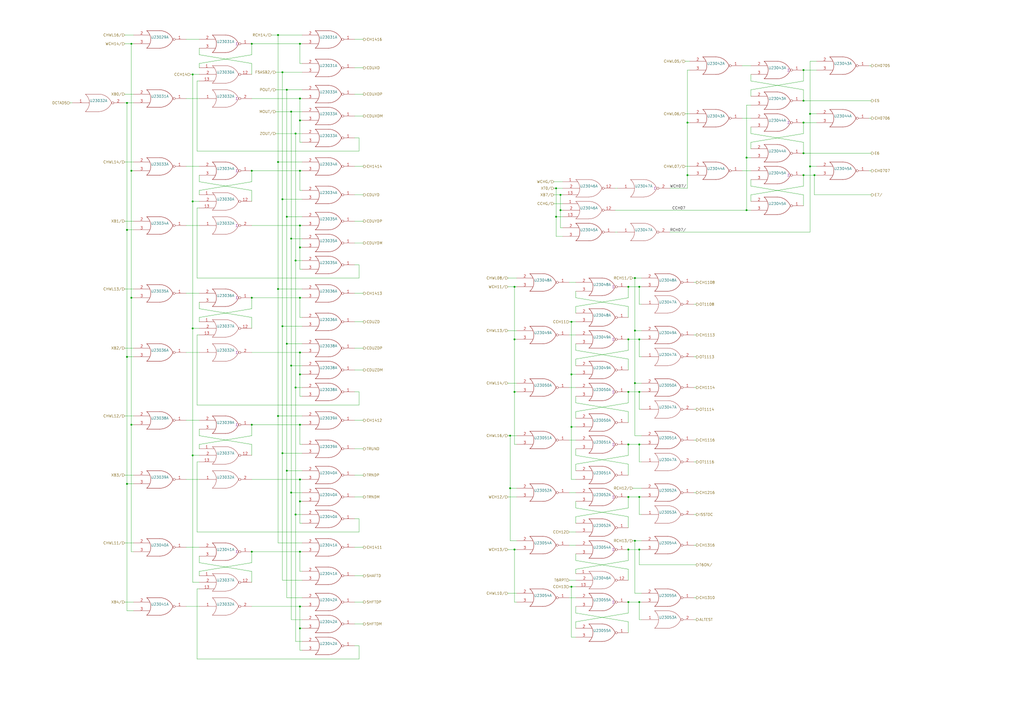
<source format=kicad_sch>
(kicad_sch (version 20211123) (generator eeschema)
  (paper "A2")
  (junction (at 173.99 204.47))
  (junction (at 433.07 121.92))
  (junction (at 466.09 58.42))
  (junction (at 173.99 320.04))
  (junction (at 370.84 196.85))
  (junction (at 173.99 25.4))
  (junction (at 161.29 241.3))
  (junction (at 364.49 257.81))
  (junction (at 166.37 199.39))
  (junction (at 298.45 227.33))
  (junction (at 173.99 57.15))
  (junction (at 171.45 298.45))
  (junction (at 146.05 25.4))
  (junction (at 370.84 166.37))
  (junction (at 364.49 166.37))
  (junction (at 173.99 99.06))
  (junction (at 161.29 167.64))
  (junction (at 163.83 262.89))
  (junction (at 325.12 121.92))
  (junction (at 146.05 246.38))
  (junction (at 364.49 349.25))
  (junction (at 161.29 20.32))
  (junction (at 331.47 186.69))
  (junction (at 173.99 172.72))
  (junction (at 331.47 247.65))
  (junction (at 168.91 64.77))
  (junction (at 171.45 77.47))
  (junction (at 173.99 351.79))
  (junction (at 466.09 71.12))
  (junction (at 370.84 318.77))
  (junction (at 331.47 217.17))
  (junction (at 322.58 125.73))
  (junction (at 472.44 101.6))
  (junction (at 364.49 288.29))
  (junction (at 73.66 59.69))
  (junction (at 469.9 96.52))
  (junction (at 364.49 227.33))
  (junction (at 368.3 222.25))
  (junction (at 173.99 143.51))
  (junction (at 166.37 52.07))
  (junction (at 298.45 196.85))
  (junction (at 111.76 190.5))
  (junction (at 168.91 212.09))
  (junction (at 364.49 318.77))
  (junction (at 166.37 273.05))
  (junction (at 163.83 115.57))
  (junction (at 146.05 172.72))
  (junction (at 370.84 288.29))
  (junction (at 173.99 217.17))
  (junction (at 111.76 264.16))
  (junction (at 173.99 278.13))
  (junction (at 368.3 313.69))
  (junction (at 163.83 189.23))
  (junction (at 146.05 320.04))
  (junction (at 370.84 349.25))
  (junction (at 168.91 285.75))
  (junction (at 469.9 66.04))
  (junction (at 466.09 88.9))
  (junction (at 331.47 340.36))
  (junction (at 171.45 224.79))
  (junction (at 322.58 109.22))
  (junction (at 370.84 257.81))
  (junction (at 368.3 191.77))
  (junction (at 466.09 101.6))
  (junction (at 398.78 71.12))
  (junction (at 73.66 133.35))
  (junction (at 111.76 43.18))
  (junction (at 433.07 91.44))
  (junction (at 166.37 125.73))
  (junction (at 73.66 280.67))
  (junction (at 76.2 172.72))
  (junction (at 173.99 364.49))
  (junction (at 298.45 318.77))
  (junction (at 73.66 207.01))
  (junction (at 163.83 41.91))
  (junction (at 173.99 130.81))
  (junction (at 364.49 196.85))
  (junction (at 76.2 99.06))
  (junction (at 111.76 116.84))
  (junction (at 298.45 166.37))
  (junction (at 173.99 246.38))
  (junction (at 466.09 40.64))
  (junction (at 368.3 161.29))
  (junction (at 398.78 101.6))
  (junction (at 76.2 25.4))
  (junction (at 295.91 252.73))
  (junction (at 173.99 290.83))
  (junction (at 76.2 246.38))
  (junction (at 325.12 113.03))
  (junction (at 173.99 69.85))
  (junction (at 295.91 283.21))
  (junction (at 168.91 138.43))
  (junction (at 161.29 93.98))
  (junction (at 146.05 99.06))
  (junction (at 171.45 151.13))
  (junction (at 370.84 227.33))
  (wire (pts (xy 73.66 354.33) (xy 77.47 354.33)))
  (wire (pts (xy 294.64 252.73) (xy 295.91 252.73)))
  (wire (pts (xy 430.53 68.58) (xy 435.61 68.58)))
  (wire (pts (xy 114.3 234.95) (xy 114.3 194.31)))
  (wire (pts (xy 469.9 134.62) (xy 388.62 134.62)))
  (wire (pts (xy 398.78 71.12) (xy 400.05 71.12)))
  (wire (pts (xy 111.76 264.16) (xy 111.76 337.82)))
  (wire (pts (xy 173.99 246.38) (xy 175.26 246.38)))
  (wire (pts (xy 210.82 214.63) (xy 205.74 214.63)))
  (wire (pts (xy 76.2 172.72) (xy 77.47 172.72)))
  (wire (pts (xy 368.3 252.73) (xy 372.11 252.73)))
  (wire (pts (xy 163.83 189.23) (xy 163.83 262.89)))
  (wire (pts (xy 111.76 190.5) (xy 115.57 190.5)))
  (wire (pts (xy 435.61 107.95) (xy 435.61 104.14)))
  (wire (pts (xy 76.2 172.72) (xy 76.2 246.38)))
  (wire (pts (xy 330.2 340.36) (xy 331.47 340.36)))
  (wire (pts (xy 163.83 41.91) (xy 163.83 115.57)))
  (wire (pts (xy 330.2 346.71) (xy 334.01 346.71)))
  (wire (pts (xy 402.59 316.23) (xy 403.86 316.23)))
  (wire (pts (xy 298.45 227.33) (xy 298.45 257.81)))
  (wire (pts (xy 397.51 66.04) (xy 400.05 66.04)))
  (wire (pts (xy 76.2 246.38) (xy 76.2 320.04)))
  (wire (pts (xy 210.82 39.37) (xy 205.74 39.37)))
  (wire (pts (xy 173.99 320.04) (xy 173.99 331.47)))
  (wire (pts (xy 111.76 190.5) (xy 111.76 264.16)))
  (wire (pts (xy 364.49 299.72) (xy 334.01 294.64)))
  (wire (pts (xy 77.47 349.25) (xy 72.39 349.25)))
  (wire (pts (xy 208.28 382.27) (xy 114.3 382.27)))
  (wire (pts (xy 73.66 280.67) (xy 73.66 354.33)))
  (wire (pts (xy 77.47 93.98) (xy 72.39 93.98)))
  (wire (pts (xy 364.49 360.68) (xy 334.01 355.6)))
  (wire (pts (xy 402.59 224.79) (xy 403.86 224.79)))
  (wire (pts (xy 402.59 255.27) (xy 403.86 255.27)))
  (wire (pts (xy 331.47 217.17) (xy 334.01 217.17)))
  (wire (pts (xy 210.82 243.84) (xy 205.74 243.84)))
  (wire (pts (xy 368.3 222.25) (xy 372.11 222.25)))
  (wire (pts (xy 115.57 36.83) (xy 115.57 39.37)))
  (wire (pts (xy 146.05 110.49) (xy 115.57 105.41)))
  (wire (pts (xy 77.47 314.96) (xy 72.39 314.96)))
  (wire (pts (xy 173.99 290.83) (xy 173.99 303.53)))
  (wire (pts (xy 73.66 133.35) (xy 77.47 133.35)))
  (wire (pts (xy 472.44 113.03) (xy 472.44 101.6)))
  (wire (pts (xy 435.61 52.07) (xy 435.61 55.88)))
  (wire (pts (xy 173.99 184.15) (xy 175.26 184.15)))
  (wire (pts (xy 115.57 179.07) (xy 115.57 175.26)))
  (wire (pts (xy 364.49 238.76) (xy 334.01 233.68)))
  (wire (pts (xy 370.84 359.41) (xy 372.11 359.41)))
  (wire (pts (xy 294.64 288.29) (xy 299.72 288.29)))
  (wire (pts (xy 76.2 25.4) (xy 76.2 99.06)))
  (wire (pts (xy 334.01 294.64) (xy 334.01 290.83)))
  (wire (pts (xy 330.2 285.75) (xy 334.01 285.75)))
  (wire (pts (xy 356.87 121.92) (xy 433.07 121.92)))
  (wire (pts (xy 173.99 290.83) (xy 175.26 290.83)))
  (wire (pts (xy 115.57 105.41) (xy 115.57 101.6)))
  (wire (pts (xy 210.82 288.29) (xy 205.74 288.29)))
  (wire (pts (xy 175.26 151.13) (xy 171.45 151.13)))
  (wire (pts (xy 115.57 331.47) (xy 115.57 334.01)))
  (wire (pts (xy 466.09 52.07) (xy 435.61 46.99)))
  (wire (pts (xy 398.78 101.6) (xy 400.05 101.6)))
  (wire (pts (xy 334.01 177.8) (xy 334.01 181.61)))
  (wire (pts (xy 115.57 116.84) (xy 111.76 116.84)))
  (wire (pts (xy 173.99 36.83) (xy 175.26 36.83)))
  (wire (pts (xy 294.64 222.25) (xy 299.72 222.25)))
  (wire (pts (xy 298.45 166.37) (xy 299.72 166.37)))
  (wire (pts (xy 210.82 140.97) (xy 205.74 140.97)))
  (wire (pts (xy 370.84 318.77) (xy 370.84 327.66)))
  (wire (pts (xy 173.99 57.15) (xy 173.99 69.85)))
  (wire (pts (xy 173.99 351.79) (xy 173.99 364.49)))
  (wire (pts (xy 168.91 212.09) (xy 168.91 285.75)))
  (wire (pts (xy 163.83 262.89) (xy 175.26 262.89)))
  (wire (pts (xy 210.82 317.5) (xy 205.74 317.5)))
  (wire (pts (xy 367.03 313.69) (xy 368.3 313.69)))
  (wire (pts (xy 397.51 35.56) (xy 400.05 35.56)))
  (wire (pts (xy 114.3 87.63) (xy 114.3 46.99)))
  (wire (pts (xy 370.84 257.81) (xy 372.11 257.81)))
  (wire (pts (xy 298.45 349.25) (xy 299.72 349.25)))
  (wire (pts (xy 330.2 308.61) (xy 334.01 308.61)))
  (wire (pts (xy 466.09 101.6) (xy 472.44 101.6)))
  (wire (pts (xy 331.47 340.36) (xy 331.47 369.57)))
  (wire (pts (xy 330.2 316.23) (xy 334.01 316.23)))
  (wire (pts (xy 466.09 58.42) (xy 505.46 58.42)))
  (wire (pts (xy 298.45 196.85) (xy 298.45 227.33)))
  (wire (pts (xy 370.84 196.85) (xy 370.84 207.01)))
  (wire (pts (xy 298.45 166.37) (xy 298.45 196.85)))
  (wire (pts (xy 356.87 109.22) (xy 358.14 109.22)))
  (wire (pts (xy 208.28 300.99) (xy 208.28 308.61)))
  (wire (pts (xy 114.3 382.27) (xy 114.3 341.63)))
  (wire (pts (xy 295.91 283.21) (xy 295.91 313.69)))
  (wire (pts (xy 435.61 46.99) (xy 435.61 43.18)))
  (wire (pts (xy 146.05 105.41) (xy 115.57 110.49)))
  (wire (pts (xy 364.49 203.2) (xy 334.01 208.28)))
  (wire (pts (xy 367.03 283.21) (xy 372.11 283.21)))
  (wire (pts (xy 322.58 125.73) (xy 322.58 137.16)))
  (wire (pts (xy 322.58 125.73) (xy 326.39 125.73)))
  (wire (pts (xy 173.99 320.04) (xy 175.26 320.04)))
  (wire (pts (xy 210.82 67.31) (xy 205.74 67.31)))
  (wire (pts (xy 111.76 264.16) (xy 115.57 264.16)))
  (wire (pts (xy 146.05 25.4) (xy 146.05 31.75)))
  (wire (pts (xy 171.45 224.79) (xy 171.45 298.45)))
  (wire (pts (xy 321.31 109.22) (xy 322.58 109.22)))
  (wire (pts (xy 163.83 41.91) (xy 175.26 41.91)))
  (wire (pts (xy 435.61 77.47) (xy 435.61 73.66)))
  (wire (pts (xy 294.64 344.17) (xy 299.72 344.17)))
  (wire (pts (xy 364.49 349.25) (xy 370.84 349.25)))
  (wire (pts (xy 114.3 161.29) (xy 114.3 120.65)))
  (wire (pts (xy 364.49 288.29) (xy 364.49 294.64)))
  (wire (pts (xy 364.49 196.85) (xy 364.49 203.2)))
  (wire (pts (xy 173.99 278.13) (xy 173.99 290.83)))
  (wire (pts (xy 334.01 238.76) (xy 334.01 242.57)))
  (wire (pts (xy 173.99 57.15) (xy 175.26 57.15)))
  (wire (pts (xy 205.74 153.67) (xy 208.28 153.67)))
  (wire (pts (xy 173.99 257.81) (xy 175.26 257.81)))
  (wire (pts (xy 73.66 133.35) (xy 73.66 207.01)))
  (wire (pts (xy 146.05 351.79) (xy 173.99 351.79)))
  (wire (pts (xy 210.82 96.52) (xy 205.74 96.52)))
  (wire (pts (xy 107.95 351.79) (xy 115.57 351.79)))
  (wire (pts (xy 146.05 184.15) (xy 115.57 179.07)))
  (wire (pts (xy 435.61 82.55) (xy 435.61 86.36)))
  (wire (pts (xy 161.29 241.3) (xy 161.29 314.96)))
  (wire (pts (xy 466.09 88.9) (xy 466.09 82.55)))
  (wire (pts (xy 397.51 96.52) (xy 400.05 96.52)))
  (wire (pts (xy 466.09 58.42) (xy 466.09 52.07)))
  (wire (pts (xy 364.49 336.55) (xy 364.49 330.2)))
  (wire (pts (xy 208.28 374.65) (xy 208.28 382.27)))
  (wire (pts (xy 168.91 64.77) (xy 168.91 138.43)))
  (wire (pts (xy 466.09 107.95) (xy 435.61 113.03)))
  (wire (pts (xy 364.49 184.15) (xy 364.49 177.8)))
  (wire (pts (xy 364.49 367.03) (xy 364.49 360.68)))
  (wire (pts (xy 161.29 241.3) (xy 175.26 241.3)))
  (wire (pts (xy 171.45 298.45) (xy 171.45 372.11)))
  (wire (pts (xy 402.59 176.53) (xy 403.86 176.53)))
  (wire (pts (xy 298.45 257.81) (xy 299.72 257.81)))
  (wire (pts (xy 146.05 172.72) (xy 146.05 179.07)))
  (wire (pts (xy 331.47 340.36) (xy 334.01 340.36)))
  (wire (pts (xy 367.03 161.29) (xy 368.3 161.29)))
  (wire (pts (xy 166.37 52.07) (xy 175.26 52.07)))
  (wire (pts (xy 115.57 257.81) (xy 115.57 260.35)))
  (wire (pts (xy 210.82 275.59) (xy 205.74 275.59)))
  (wire (pts (xy 364.49 166.37) (xy 364.49 172.72)))
  (wire (pts (xy 469.9 66.04) (xy 469.9 96.52)))
  (wire (pts (xy 72.39 59.69) (xy 73.66 59.69)))
  (wire (pts (xy 114.3 46.99) (xy 115.57 46.99)))
  (wire (pts (xy 40.64 59.69) (xy 41.91 59.69)))
  (wire (pts (xy 163.83 336.55) (xy 175.26 336.55)))
  (wire (pts (xy 73.66 59.69) (xy 77.47 59.69)))
  (wire (pts (xy 77.47 128.27) (xy 72.39 128.27)))
  (wire (pts (xy 368.3 161.29) (xy 368.3 191.77)))
  (wire (pts (xy 173.99 278.13) (xy 175.26 278.13)))
  (wire (pts (xy 110.49 43.18) (xy 111.76 43.18)))
  (wire (pts (xy 161.29 93.98) (xy 175.26 93.98)))
  (wire (pts (xy 166.37 52.07) (xy 166.37 125.73)))
  (wire (pts (xy 370.84 349.25) (xy 370.84 359.41)))
  (wire (pts (xy 173.99 130.81) (xy 173.99 143.51)))
  (wire (pts (xy 157.48 20.32) (xy 161.29 20.32)))
  (wire (pts (xy 294.64 161.29) (xy 299.72 161.29)))
  (wire (pts (xy 430.53 38.1) (xy 435.61 38.1)))
  (wire (pts (xy 368.3 222.25) (xy 368.3 252.73)))
  (wire (pts (xy 370.84 176.53) (xy 372.11 176.53)))
  (wire (pts (xy 334.01 325.12) (xy 334.01 321.31)))
  (wire (pts (xy 298.45 318.77) (xy 299.72 318.77)))
  (wire (pts (xy 208.28 87.63) (xy 114.3 87.63)))
  (wire (pts (xy 173.99 217.17) (xy 175.26 217.17)))
  (wire (pts (xy 173.99 351.79) (xy 175.26 351.79)))
  (wire (pts (xy 72.39 25.4) (xy 76.2 25.4)))
  (wire (pts (xy 364.49 172.72) (xy 334.01 177.8)))
  (wire (pts (xy 364.49 269.24) (xy 334.01 264.16)))
  (wire (pts (xy 173.99 229.87) (xy 175.26 229.87)))
  (wire (pts (xy 402.59 346.71) (xy 403.86 346.71)))
  (wire (pts (xy 171.45 77.47) (xy 175.26 77.47)))
  (wire (pts (xy 111.76 116.84) (xy 111.76 190.5)))
  (wire (pts (xy 325.12 113.03) (xy 325.12 121.92)))
  (wire (pts (xy 115.57 184.15) (xy 115.57 186.69)))
  (wire (pts (xy 370.84 298.45) (xy 372.11 298.45)))
  (wire (pts (xy 173.99 69.85) (xy 173.99 82.55)))
  (wire (pts (xy 368.3 313.69) (xy 372.11 313.69)))
  (wire (pts (xy 466.09 40.64) (xy 466.09 46.99)))
  (wire (pts (xy 364.49 257.81) (xy 364.49 264.16)))
  (wire (pts (xy 368.3 191.77) (xy 372.11 191.77)))
  (wire (pts (xy 370.84 288.29) (xy 370.84 298.45)))
  (wire (pts (xy 160.02 64.77) (xy 168.91 64.77)))
  (wire (pts (xy 76.2 25.4) (xy 77.47 25.4)))
  (wire (pts (xy 370.84 349.25) (xy 372.11 349.25)))
  (wire (pts (xy 398.78 71.12) (xy 398.78 101.6)))
  (wire (pts (xy 334.01 203.2) (xy 334.01 199.39)))
  (wire (pts (xy 298.45 196.85) (xy 299.72 196.85)))
  (wire (pts (xy 163.83 189.23) (xy 175.26 189.23)))
  (wire (pts (xy 504.19 68.58) (xy 505.46 68.58)))
  (wire (pts (xy 435.61 113.03) (xy 435.61 116.84)))
  (wire (pts (xy 364.49 264.16) (xy 334.01 269.24)))
  (wire (pts (xy 370.84 288.29) (xy 372.11 288.29)))
  (wire (pts (xy 173.99 204.47) (xy 175.26 204.47)))
  (wire (pts (xy 146.05 204.47) (xy 173.99 204.47)))
  (wire (pts (xy 107.95 170.18) (xy 115.57 170.18)))
  (wire (pts (xy 469.9 35.56) (xy 469.9 66.04)))
  (wire (pts (xy 469.9 96.52) (xy 469.9 134.62)))
  (wire (pts (xy 146.05 246.38) (xy 173.99 246.38)))
  (wire (pts (xy 76.2 99.06) (xy 76.2 172.72)))
  (wire (pts (xy 115.57 31.75) (xy 115.57 27.94)))
  (wire (pts (xy 433.07 91.44) (xy 435.61 91.44)))
  (wire (pts (xy 73.66 280.67) (xy 77.47 280.67)))
  (wire (pts (xy 205.74 300.99) (xy 208.28 300.99)))
  (wire (pts (xy 435.61 60.96) (xy 433.07 60.96)))
  (wire (pts (xy 146.05 99.06) (xy 146.05 105.41)))
  (wire (pts (xy 325.12 132.08) (xy 326.39 132.08)))
  (wire (pts (xy 295.91 252.73) (xy 295.91 283.21)))
  (wire (pts (xy 114.3 267.97) (xy 115.57 267.97)))
  (wire (pts (xy 364.49 257.81) (xy 370.84 257.81)))
  (wire (pts (xy 330.2 255.27) (xy 334.01 255.27)))
  (wire (pts (xy 168.91 285.75) (xy 175.26 285.75)))
  (wire (pts (xy 364.49 214.63) (xy 364.49 208.28)))
  (wire (pts (xy 368.3 344.17) (xy 368.3 313.69)))
  (wire (pts (xy 466.09 46.99) (xy 435.61 52.07)))
  (wire (pts (xy 466.09 113.03) (xy 435.61 107.95)))
  (wire (pts (xy 334.01 172.72) (xy 334.01 168.91)))
  (wire (pts (xy 161.29 20.32) (xy 161.29 93.98)))
  (wire (pts (xy 504.19 99.06) (xy 505.46 99.06)))
  (wire (pts (xy 173.99 156.21) (xy 175.26 156.21)))
  (wire (pts (xy 364.49 349.25) (xy 364.49 355.6)))
  (wire (pts (xy 115.57 252.73) (xy 115.57 248.92)))
  (wire (pts (xy 107.95 243.84) (xy 115.57 243.84)))
  (wire (pts (xy 73.66 207.01) (xy 77.47 207.01)))
  (wire (pts (xy 173.99 143.51) (xy 175.26 143.51)))
  (wire (pts (xy 334.01 264.16) (xy 334.01 260.35)))
  (wire (pts (xy 146.05 331.47) (xy 115.57 326.39)))
  (wire (pts (xy 163.83 115.57) (xy 163.83 189.23)))
  (wire (pts (xy 402.59 285.75) (xy 403.86 285.75)))
  (wire (pts (xy 173.99 331.47) (xy 175.26 331.47)))
  (wire (pts (xy 473.71 66.04) (xy 469.9 66.04)))
  (wire (pts (xy 466.09 101.6) (xy 466.09 107.95)))
  (wire (pts (xy 171.45 77.47) (xy 171.45 151.13)))
  (wire (pts (xy 210.82 260.35) (xy 205.74 260.35)))
  (wire (pts (xy 321.31 113.03) (xy 325.12 113.03)))
  (wire (pts (xy 370.84 166.37) (xy 370.84 176.53)))
  (wire (pts (xy 294.64 166.37) (xy 298.45 166.37)))
  (wire (pts (xy 364.49 306.07) (xy 364.49 299.72)))
  (wire (pts (xy 326.39 118.11) (xy 321.31 118.11)))
  (wire (pts (xy 208.28 227.33) (xy 208.28 234.95)))
  (wire (pts (xy 161.29 167.64) (xy 175.26 167.64)))
  (wire (pts (xy 107.95 96.52) (xy 115.57 96.52)))
  (wire (pts (xy 331.47 186.69) (xy 331.47 217.17)))
  (wire (pts (xy 298.45 349.25) (xy 298.45 318.77)))
  (wire (pts (xy 160.02 41.91) (xy 163.83 41.91)))
  (wire (pts (xy 433.07 121.92) (xy 435.61 121.92)))
  (wire (pts (xy 466.09 71.12) (xy 473.71 71.12)))
  (wire (pts (xy 173.99 172.72) (xy 173.99 184.15)))
  (wire (pts (xy 364.49 166.37) (xy 370.84 166.37)))
  (wire (pts (xy 402.59 163.83) (xy 403.86 163.83)))
  (wire (pts (xy 402.59 298.45) (xy 403.86 298.45)))
  (wire (pts (xy 402.59 207.01) (xy 403.86 207.01)))
  (wire (pts (xy 322.58 137.16) (xy 326.39 137.16)))
  (wire (pts (xy 370.84 196.85) (xy 372.11 196.85)))
  (wire (pts (xy 364.49 196.85) (xy 370.84 196.85)))
  (wire (pts (xy 166.37 273.05) (xy 175.26 273.05)))
  (wire (pts (xy 146.05 36.83) (xy 115.57 31.75)))
  (wire (pts (xy 364.49 325.12) (xy 334.01 330.2)))
  (wire (pts (xy 168.91 359.41) (xy 175.26 359.41)))
  (wire (pts (xy 146.05 320.04) (xy 173.99 320.04)))
  (wire (pts (xy 161.29 314.96) (xy 175.26 314.96)))
  (wire (pts (xy 402.59 359.41) (xy 403.86 359.41)))
  (wire (pts (xy 326.39 105.41) (xy 321.31 105.41)))
  (wire (pts (xy 398.78 109.22) (xy 388.62 109.22)))
  (wire (pts (xy 208.28 80.01) (xy 208.28 87.63)))
  (wire (pts (xy 295.91 252.73) (xy 299.72 252.73)))
  (wire (pts (xy 175.26 125.73) (xy 166.37 125.73)))
  (wire (pts (xy 171.45 224.79) (xy 175.26 224.79)))
  (wire (pts (xy 173.99 217.17) (xy 173.99 229.87)))
  (wire (pts (xy 208.28 308.61) (xy 114.3 308.61)))
  (wire (pts (xy 166.37 346.71) (xy 175.26 346.71)))
  (wire (pts (xy 146.05 190.5) (xy 146.05 184.15)))
  (wire (pts (xy 107.95 204.47) (xy 115.57 204.47)))
  (wire (pts (xy 175.26 115.57) (xy 163.83 115.57)))
  (wire (pts (xy 166.37 125.73) (xy 166.37 199.39)))
  (wire (pts (xy 146.05 326.39) (xy 115.57 331.47)))
  (wire (pts (xy 171.45 372.11) (xy 175.26 372.11)))
  (wire (pts (xy 466.09 82.55) (xy 435.61 77.47)))
  (wire (pts (xy 322.58 109.22) (xy 322.58 125.73)))
  (wire (pts (xy 146.05 179.07) (xy 115.57 184.15)))
  (wire (pts (xy 398.78 101.6) (xy 398.78 109.22)))
  (wire (pts (xy 146.05 57.15) (xy 173.99 57.15)))
  (wire (pts (xy 402.59 267.97) (xy 403.86 267.97)))
  (wire (pts (xy 330.2 336.55) (xy 334.01 336.55)))
  (wire (pts (xy 334.01 269.24) (xy 334.01 273.05)))
  (wire (pts (xy 205.74 374.65) (xy 208.28 374.65)))
  (wire (pts (xy 370.84 267.97) (xy 372.11 267.97)))
  (wire (pts (xy 173.99 25.4) (xy 175.26 25.4)))
  (wire (pts (xy 210.82 54.61) (xy 205.74 54.61)))
  (wire (pts (xy 466.09 88.9) (xy 505.46 88.9)))
  (wire (pts (xy 295.91 313.69) (xy 299.72 313.69)))
  (wire (pts (xy 173.99 143.51) (xy 173.99 156.21)))
  (wire (pts (xy 210.82 361.95) (xy 205.74 361.95)))
  (wire (pts (xy 173.99 130.81) (xy 175.26 130.81)))
  (wire (pts (xy 504.19 38.1) (xy 505.46 38.1)))
  (wire (pts (xy 166.37 199.39) (xy 175.26 199.39)))
  (wire (pts (xy 402.59 237.49) (xy 403.86 237.49)))
  (wire (pts (xy 173.99 99.06) (xy 173.99 110.49)))
  (wire (pts (xy 173.99 172.72) (xy 175.26 172.72)))
  (wire (pts (xy 210.82 334.01) (xy 205.74 334.01)))
  (wire (pts (xy 466.09 119.38) (xy 466.09 113.03)))
  (wire (pts (xy 334.01 299.72) (xy 334.01 303.53)))
  (wire (pts (xy 331.47 186.69) (xy 334.01 186.69)))
  (wire (pts (xy 331.47 278.13) (xy 334.01 278.13)))
  (wire (pts (xy 325.12 113.03) (xy 326.39 113.03)))
  (wire (pts (xy 334.01 360.68) (xy 334.01 364.49)))
  (wire (pts (xy 146.05 172.72) (xy 173.99 172.72)))
  (wire (pts (xy 433.07 91.44) (xy 433.07 121.92)))
  (wire (pts (xy 402.59 194.31) (xy 403.86 194.31)))
  (wire (pts (xy 398.78 40.64) (xy 398.78 71.12)))
  (wire (pts (xy 146.05 130.81) (xy 173.99 130.81)))
  (wire (pts (xy 370.84 207.01) (xy 372.11 207.01)))
  (wire (pts (xy 298.45 227.33) (xy 299.72 227.33)))
  (wire (pts (xy 146.05 246.38) (xy 146.05 252.73)))
  (wire (pts (xy 114.3 308.61) (xy 114.3 267.97)))
  (wire (pts (xy 370.84 227.33) (xy 372.11 227.33)))
  (wire (pts (xy 146.05 31.75) (xy 115.57 36.83)))
  (wire (pts (xy 210.82 186.69) (xy 205.74 186.69)))
  (wire (pts (xy 107.95 22.86) (xy 115.57 22.86)))
  (wire (pts (xy 146.05 278.13) (xy 173.99 278.13)))
  (wire (pts (xy 171.45 151.13) (xy 171.45 224.79)))
  (wire (pts (xy 76.2 320.04) (xy 77.47 320.04)))
  (wire (pts (xy 160.02 52.07) (xy 166.37 52.07)))
  (wire (pts (xy 77.47 241.3) (xy 72.39 241.3)))
  (wire (pts (xy 73.66 59.69) (xy 73.66 133.35)))
  (wire (pts (xy 168.91 212.09) (xy 175.26 212.09)))
  (wire (pts (xy 205.74 227.33) (xy 208.28 227.33)))
  (wire (pts (xy 111.76 43.18) (xy 111.76 116.84)))
  (wire (pts (xy 173.99 303.53) (xy 175.26 303.53)))
  (wire (pts (xy 115.57 326.39) (xy 115.57 322.58)))
  (wire (pts (xy 166.37 273.05) (xy 166.37 346.71)))
  (wire (pts (xy 368.3 191.77) (xy 368.3 222.25)))
  (wire (pts (xy 173.99 204.47) (xy 173.99 217.17)))
  (wire (pts (xy 334.01 208.28) (xy 334.01 212.09)))
  (wire (pts (xy 368.3 161.29) (xy 372.11 161.29)))
  (wire (pts (xy 334.01 355.6) (xy 334.01 351.79)))
  (wire (pts (xy 330.2 163.83) (xy 334.01 163.83)))
  (wire (pts (xy 77.47 167.64) (xy 72.39 167.64)))
  (wire (pts (xy 210.82 349.25) (xy 205.74 349.25)))
  (wire (pts (xy 364.49 355.6) (xy 334.01 360.68)))
  (wire (pts (xy 466.09 40.64) (xy 473.71 40.64)))
  (wire (pts (xy 205.74 80.01) (xy 208.28 80.01)))
  (wire (pts (xy 370.84 257.81) (xy 370.84 267.97)))
  (wire (pts (xy 114.3 120.65) (xy 115.57 120.65)))
  (wire (pts (xy 210.82 201.93) (xy 205.74 201.93)))
  (wire (pts (xy 334.01 233.68) (xy 334.01 229.87)))
  (wire (pts (xy 168.91 285.75) (xy 168.91 359.41)))
  (wire (pts (xy 73.66 207.01) (xy 73.66 280.67)))
  (wire (pts (xy 295.91 283.21) (xy 299.72 283.21)))
  (wire (pts (xy 364.49 294.64) (xy 334.01 299.72)))
  (wire (pts (xy 173.99 364.49) (xy 173.99 377.19)))
  (wire (pts (xy 168.91 64.77) (xy 175.26 64.77)))
  (wire (pts (xy 334.01 330.2) (xy 334.01 332.74)))
  (wire (pts (xy 208.28 161.29) (xy 114.3 161.29)))
  (wire (pts (xy 175.26 138.43) (xy 168.91 138.43)))
  (wire (pts (xy 161.29 20.32) (xy 175.26 20.32)))
  (wire (pts (xy 114.3 194.31) (xy 115.57 194.31)))
  (wire (pts (xy 364.49 288.29) (xy 370.84 288.29)))
  (wire (pts (xy 173.99 377.19) (xy 175.26 377.19)))
  (wire (pts (xy 325.12 121.92) (xy 326.39 121.92)))
  (wire (pts (xy 173.99 99.06) (xy 175.26 99.06)))
  (wire (pts (xy 161.29 93.98) (xy 161.29 167.64)))
  (wire (pts (xy 364.49 233.68) (xy 334.01 238.76)))
  (wire (pts (xy 77.47 20.32) (xy 72.39 20.32)))
  (wire (pts (xy 171.45 298.45) (xy 175.26 298.45)))
  (wire (pts (xy 370.84 237.49) (xy 372.11 237.49)))
  (wire (pts (xy 466.09 71.12) (xy 466.09 77.47)))
  (wire (pts (xy 208.28 234.95) (xy 114.3 234.95)))
  (wire (pts (xy 370.84 327.66) (xy 403.86 327.66)))
  (wire (pts (xy 331.47 247.65) (xy 334.01 247.65)))
  (wire (pts (xy 364.49 245.11) (xy 364.49 238.76)))
  (wire (pts (xy 76.2 246.38) (xy 77.47 246.38)))
  (wire (pts (xy 114.3 341.63) (xy 115.57 341.63)))
  (wire (pts (xy 364.49 177.8) (xy 334.01 172.72)))
  (wire (pts (xy 330.2 194.31) (xy 334.01 194.31)))
  (wire (pts (xy 146.05 99.06) (xy 173.99 99.06)))
  (wire (pts (xy 173.99 82.55) (xy 175.26 82.55)))
  (wire (pts (xy 208.28 153.67) (xy 208.28 161.29)))
  (wire (pts (xy 364.49 227.33) (xy 370.84 227.33)))
  (wire (pts (xy 364.49 275.59) (xy 364.49 269.24)))
  (wire (pts (xy 430.53 99.06) (xy 435.61 99.06)))
  (wire (pts (xy 364.49 227.33) (xy 364.49 233.68)))
  (wire (pts (xy 146.05 337.82) (xy 146.05 331.47)))
  (wire (pts (xy 77.47 54.61) (xy 72.39 54.61)))
  (wire (pts (xy 173.99 25.4) (xy 173.99 36.83)))
  (wire (pts (xy 469.9 96.52) (xy 473.71 96.52)))
  (wire (pts (xy 77.47 201.93) (xy 72.39 201.93)))
  (wire (pts (xy 146.05 320.04) (xy 146.05 326.39)))
  (wire (pts (xy 146.05 257.81) (xy 115.57 252.73)))
  (wire (pts (xy 331.47 217.17) (xy 331.47 247.65)))
  (wire (pts (xy 160.02 77.47) (xy 171.45 77.47)))
  (wire (pts (xy 111.76 337.82) (xy 115.57 337.82)))
  (wire (pts (xy 322.58 109.22) (xy 326.39 109.22)))
  (wire (pts (xy 168.91 138.43) (xy 168.91 212.09)))
  (wire (pts (xy 107.95 130.81) (xy 115.57 130.81)))
  (wire (pts (xy 77.47 275.59) (xy 72.39 275.59)))
  (wire (pts (xy 173.99 364.49) (xy 175.26 364.49)))
  (wire (pts (xy 356.87 134.62) (xy 358.14 134.62)))
  (wire (pts (xy 368.3 344.17) (xy 372.11 344.17)))
  (wire (pts (xy 115.57 110.49) (xy 115.57 113.03)))
  (wire (pts (xy 433.07 60.96) (xy 433.07 91.44)))
  (wire (pts (xy 210.82 128.27) (xy 205.74 128.27)))
  (wire (pts (xy 146.05 43.18) (xy 146.05 36.83)))
  (wire (pts (xy 331.47 369.57) (xy 334.01 369.57)))
  (wire (pts (xy 466.09 77.47) (xy 435.61 82.55)))
  (wire (pts (xy 330.2 186.69) (xy 331.47 186.69)))
  (wire (pts (xy 163.83 262.89) (xy 163.83 336.55)))
  (wire (pts (xy 173.99 69.85) (xy 175.26 69.85)))
  (wire (pts (xy 472.44 101.6) (xy 473.71 101.6)))
  (wire (pts (xy 325.12 121.92) (xy 325.12 132.08)))
  (wire (pts (xy 330.2 224.79) (xy 334.01 224.79)))
  (wire (pts (xy 294.64 191.77) (xy 299.72 191.77)))
  (wire (pts (xy 364.49 330.2) (xy 334.01 325.12)))
  (wire (pts (xy 364.49 318.77) (xy 370.84 318.77)))
  (wire (pts (xy 400.05 40.64) (xy 398.78 40.64)))
  (wire (pts (xy 364.49 318.77) (xy 364.49 325.12)))
  (wire (pts (xy 146.05 116.84) (xy 146.05 110.49)))
  (wire (pts (xy 161.29 167.64) (xy 161.29 241.3)))
  (wire (pts (xy 107.95 278.13) (xy 115.57 278.13)))
  (wire (pts (xy 146.05 252.73) (xy 115.57 257.81)))
  (wire (pts (xy 370.84 318.77) (xy 372.11 318.77)))
  (wire (pts (xy 370.84 227.33) (xy 370.84 237.49)))
  (wire (pts (xy 294.64 318.77) (xy 298.45 318.77)))
  (wire (pts (xy 469.9 35.56) (xy 473.71 35.56)))
  (wire (pts (xy 107.95 57.15) (xy 115.57 57.15)))
  (wire (pts (xy 111.76 43.18) (xy 115.57 43.18)))
  (wire (pts (xy 505.46 113.03) (xy 472.44 113.03)))
  (wire (pts (xy 331.47 247.65) (xy 331.47 278.13)))
  (wire (pts (xy 173.99 110.49) (xy 175.26 110.49)))
  (wire (pts (xy 146.05 264.16) (xy 146.05 257.81)))
  (wire (pts (xy 166.37 199.39) (xy 166.37 273.05)))
  (wire (pts (xy 370.84 166.37) (xy 372.11 166.37)))
  (wire (pts (xy 76.2 99.06) (xy 77.47 99.06)))
  (wire (pts (xy 107.95 317.5) (xy 115.57 317.5)))
  (wire (pts (xy 210.82 22.86) (xy 205.74 22.86)))
  (wire (pts (xy 210.82 113.03) (xy 205.74 113.03)))
  (wire (pts (xy 364.49 208.28) (xy 334.01 203.2)))
  (wire (pts (xy 210.82 170.18) (xy 205.74 170.18)))
  (wire (pts (xy 173.99 246.38) (xy 173.99 257.81)))
  (wire (pts (xy 146.05 25.4) (xy 173.99 25.4)))
  (label "RCH07/" (at 388.62 134.62 0) (effects (font (size 1.524 1.524))))
  (label "WCH07/" (at 388.62 109.22 0) (effects (font (size 1.524 1.524))))
  (label "CCH07" (at 389.89 121.92 0) (effects (font (size 1.524 1.524))))
  (hierarchical_label "OT1113" (shape output) (at 403.86 207.01 0) (effects (font (size 1.524 1.524))))
  (hierarchical_label "POUT/" (shape input) (at 160.02 52.07 180) (effects (font (size 1.524 1.524))))
  (hierarchical_label "CDUYDP" (shape output) (at 210.82 128.27 0) (effects (font (size 1.524 1.524))))
  (hierarchical_label "ALTEST" (shape output) (at 403.86 359.41 0) (effects (font (size 1.524 1.524))))
  (hierarchical_label "CH1413" (shape output) (at 210.82 170.18 0) (effects (font (size 1.524 1.524))))
  (hierarchical_label "CHWL06/" (shape input) (at 397.51 66.04 180) (effects (font (size 1.524 1.524))))
  (hierarchical_label "CDUZDM" (shape output) (at 210.82 214.63 0) (effects (font (size 1.524 1.524))))
  (hierarchical_label "RCH12/" (shape input) (at 367.03 283.21 180) (effects (font (size 1.524 1.524))))
  (hierarchical_label "WCH12/" (shape input) (at 294.64 288.29 180) (effects (font (size 1.524 1.524))))
  (hierarchical_label "CH0705" (shape output) (at 505.46 38.1 0) (effects (font (size 1.524 1.524))))
  (hierarchical_label "XB0/" (shape input) (at 72.39 54.61 180) (effects (font (size 1.524 1.524))))
  (hierarchical_label "CDUZD" (shape output) (at 210.82 186.69 0) (effects (font (size 1.524 1.524))))
  (hierarchical_label "TRNDM" (shape output) (at 210.82 288.29 0) (effects (font (size 1.524 1.524))))
  (hierarchical_label "CHWL13/" (shape input) (at 72.39 167.64 180) (effects (font (size 1.524 1.524))))
  (hierarchical_label "CH1414" (shape output) (at 210.82 96.52 0) (effects (font (size 1.524 1.524))))
  (hierarchical_label "CCHG/" (shape input) (at 321.31 118.11 180) (effects (font (size 1.524 1.524))))
  (hierarchical_label "E5" (shape output) (at 505.46 58.42 0) (effects (font (size 1.524 1.524))))
  (hierarchical_label "OCTAD5" (shape input) (at 40.64 59.69 180) (effects (font (size 1.524 1.524))))
  (hierarchical_label "CDUXD" (shape output) (at 210.82 39.37 0) (effects (font (size 1.524 1.524))))
  (hierarchical_label "SHFTDM" (shape output) (at 210.82 361.95 0) (effects (font (size 1.524 1.524))))
  (hierarchical_label "RCH14/" (shape input) (at 157.48 20.32 180) (effects (font (size 1.524 1.524))))
  (hierarchical_label "CH1416" (shape output) (at 210.82 22.86 0) (effects (font (size 1.524 1.524))))
  (hierarchical_label "ZOUT/" (shape input) (at 160.02 77.47 180) (effects (font (size 1.524 1.524))))
  (hierarchical_label "CHWL13/" (shape input) (at 294.64 191.77 180) (effects (font (size 1.524 1.524))))
  (hierarchical_label "CHWL07/" (shape input) (at 397.51 96.52 180) (effects (font (size 1.524 1.524))))
  (hierarchical_label "CCH12" (shape input) (at 330.2 308.61 180) (effects (font (size 1.524 1.524))))
  (hierarchical_label "CDUYD" (shape output) (at 210.82 113.03 0) (effects (font (size 1.524 1.524))))
  (hierarchical_label "CCH11" (shape input) (at 330.2 186.69 180) (effects (font (size 1.524 1.524))))
  (hierarchical_label "XB7/" (shape input) (at 321.31 113.03 180) (effects (font (size 1.524 1.524))))
  (hierarchical_label "CCH14" (shape input) (at 110.49 43.18 180) (effects (font (size 1.524 1.524))))
  (hierarchical_label "CCH13" (shape input) (at 330.2 340.36 180) (effects (font (size 1.524 1.524))))
  (hierarchical_label "CDUYDM" (shape output) (at 210.82 140.97 0) (effects (font (size 1.524 1.524))))
  (hierarchical_label "CH0707" (shape output) (at 505.46 99.06 0) (effects (font (size 1.524 1.524))))
  (hierarchical_label "CHWL14/" (shape input) (at 72.39 93.98 180) (effects (font (size 1.524 1.524))))
  (hierarchical_label "CDUXDP" (shape output) (at 210.82 54.61 0) (effects (font (size 1.524 1.524))))
  (hierarchical_label "CHWL16/" (shape input) (at 72.39 20.32 180) (effects (font (size 1.524 1.524))))
  (hierarchical_label "CH1113" (shape output) (at 403.86 194.31 0) (effects (font (size 1.524 1.524))))
  (hierarchical_label "CHWL11/" (shape input) (at 72.39 314.96 180) (effects (font (size 1.524 1.524))))
  (hierarchical_label "CHWL05/" (shape input) (at 397.51 35.56 180) (effects (font (size 1.524 1.524))))
  (hierarchical_label "CHWL16/" (shape input) (at 294.64 252.73 180) (effects (font (size 1.524 1.524))))
  (hierarchical_label "TRUND" (shape output) (at 210.82 260.35 0) (effects (font (size 1.524 1.524))))
  (hierarchical_label "E6" (shape output) (at 505.46 88.9 0) (effects (font (size 1.524 1.524))))
  (hierarchical_label "WCH11/" (shape input) (at 294.64 166.37 180) (effects (font (size 1.524 1.524))))
  (hierarchical_label "T6RPT" (shape input) (at 330.2 336.55 180) (effects (font (size 1.524 1.524))))
  (hierarchical_label "ISSTDC" (shape output) (at 403.86 298.45 0) (effects (font (size 1.524 1.524))))
  (hierarchical_label "SHFTDP" (shape output) (at 210.82 349.25 0) (effects (font (size 1.524 1.524))))
  (hierarchical_label "OT1116" (shape output) (at 403.86 267.97 0) (effects (font (size 1.524 1.524))))
  (hierarchical_label "CH0706" (shape output) (at 505.46 68.58 0) (effects (font (size 1.524 1.524))))
  (hierarchical_label "CHWL08/" (shape input) (at 294.64 161.29 180) (effects (font (size 1.524 1.524))))
  (hierarchical_label "OT1114" (shape output) (at 403.86 237.49 0) (effects (font (size 1.524 1.524))))
  (hierarchical_label "CHWL14/" (shape input) (at 294.64 222.25 180) (effects (font (size 1.524 1.524))))
  (hierarchical_label "XB1/" (shape input) (at 72.39 128.27 180) (effects (font (size 1.524 1.524))))
  (hierarchical_label "CH1411" (shape output) (at 210.82 317.5 0) (effects (font (size 1.524 1.524))))
  (hierarchical_label "CHWL12/" (shape input) (at 72.39 241.3 180) (effects (font (size 1.524 1.524))))
  (hierarchical_label "CH1316" (shape output) (at 403.86 316.23 0) (effects (font (size 1.524 1.524))))
  (hierarchical_label "XB4/" (shape input) (at 72.39 349.25 180) (effects (font (size 1.524 1.524))))
  (hierarchical_label "CH1108" (shape output) (at 403.86 163.83 0) (effects (font (size 1.524 1.524))))
  (hierarchical_label "WCH14/" (shape input) (at 72.39 25.4 180) (effects (font (size 1.524 1.524))))
  (hierarchical_label "OT1108" (shape output) (at 403.86 176.53 0) (effects (font (size 1.524 1.524))))
  (hierarchical_label "TRNDP" (shape output) (at 210.82 275.59 0) (effects (font (size 1.524 1.524))))
  (hierarchical_label "CH1116" (shape output) (at 403.86 255.27 0) (effects (font (size 1.524 1.524))))
  (hierarchical_label "CDUXDM" (shape output) (at 210.82 67.31 0) (effects (font (size 1.524 1.524))))
  (hierarchical_label "CH1114" (shape output) (at 403.86 224.79 0) (effects (font (size 1.524 1.524))))
  (hierarchical_label "CH1216" (shape output) (at 403.86 285.75 0) (effects (font (size 1.524 1.524))))
  (hierarchical_label "CH1310" (shape output) (at 403.86 346.71 0) (effects (font (size 1.524 1.524))))
  (hierarchical_label "F5ASB2/" (shape input) (at 160.02 41.91 180) (effects (font (size 1.524 1.524))))
  (hierarchical_label "WCHG/" (shape input) (at 321.31 105.41 180) (effects (font (size 1.524 1.524))))
  (hierarchical_label "CDUZDP" (shape output) (at 210.82 201.93 0) (effects (font (size 1.524 1.524))))
  (hierarchical_label "RCH13/" (shape input) (at 367.03 313.69 180) (effects (font (size 1.524 1.524))))
  (hierarchical_label "E7/" (shape output) (at 505.46 113.03 0) (effects (font (size 1.524 1.524))))
  (hierarchical_label "RCH11/" (shape input) (at 367.03 161.29 180) (effects (font (size 1.524 1.524))))
  (hierarchical_label "CH1412" (shape output) (at 210.82 243.84 0) (effects (font (size 1.524 1.524))))
  (hierarchical_label "MOUT/" (shape input) (at 160.02 64.77 180) (effects (font (size 1.524 1.524))))
  (hierarchical_label "XB2/" (shape input) (at 72.39 201.93 180) (effects (font (size 1.524 1.524))))
  (hierarchical_label "SHAFTD" (shape output) (at 210.82 334.01 0) (effects (font (size 1.524 1.524))))
  (hierarchical_label "T6ON/" (shape output) (at 403.86 327.66 0) (effects (font (size 1.524 1.524))))
  (hierarchical_label "XB3/" (shape input) (at 72.39 275.59 180) (effects (font (size 1.524 1.524))))
  (hierarchical_label "WCH13/" (shape input) (at 294.64 318.77 180) (effects (font (size 1.524 1.524))))
  (hierarchical_label "XT0/" (shape input) (at 321.31 109.22 180) (effects (font (size 1.524 1.524))))
  (hierarchical_label "CHWL10/" (shape input) (at 294.64 344.17 180) (effects (font (size 1.524 1.524))))
  (symbol (lib_id "agc_kicad_components:74HC02") (at 92.71 22.86 0)
    (property "Reference" "U23029" (at 92.71 21.59 0) (effects (font (size 1.524 1.524))))
    (property "Value" "74HC02" (effects hide))
  )
  (symbol (lib_id "agc_kicad_components:74HC02") (at 130.81 25.4 0)
    (property "Reference" "U23031" (at 130.81 24.13 0) (effects (font (size 1.524 1.524))))
    (property "Value" "74HC02" (effects hide))
    (property "Initial" "1" (at 137.16 25.4 0) (effects (font (size 1.524 1.524) italic)))
  )
  (symbol (lib_id "agc_kicad_components:74HC27") (at 130.81 43.18 0)
    (property "Reference" "U23030" (at 130.81 41.91 0) (effects (font (size 1.524 1.524))))
    (property "Value" "74HC27" (effects hide))
  )
  (symbol (lib_id "agc_kicad_components:74HC02") (at 190.5 22.86 0)
    (property "Reference" "U23031" (at 190.5 21.59 0) (effects (font (size 1.524 1.524))))
    (property "Value" "74HC02" (effects hide))
  )
  (symbol (lib_id "agc_kicad_components:74HC02") (at 190.5 39.37 0)
    (property "Reference" "U23031" (at 190.5 38.1 0) (effects (font (size 1.524 1.524))))
    (property "Value" "74HC02" (effects hide))
  )
  (symbol (lib_id "agc_kicad_components:74HC02") (at 92.71 57.15 0)
    (property "Reference" "U23031" (at 92.71 55.88 0) (effects (font (size 1.524 1.524))))
    (property "Value" "74HC02" (effects hide))
  )
  (symbol (lib_id "agc_kicad_components:74HC04") (at 130.81 57.15 0)
    (property "Reference" "U23032" (at 130.81 55.88 0) (effects (font (size 1.524 1.524))))
    (property "Value" "74HC04" (effects hide))
    (property "Initial" "1" (at 137.16 57.15 0) (effects (font (size 1.524 1.524) italic)))
  )
  (symbol (lib_id "agc_kicad_components:74HC04") (at 57.15 59.69 0)
    (property "Reference" "U23032" (at 57.15 58.42 0) (effects (font (size 1.524 1.524))))
    (property "Value" "74HC04" (effects hide))
  )
  (symbol (lib_id "agc_kicad_components:74HC02") (at 190.5 54.61 0)
    (property "Reference" "U23033" (at 190.5 53.34 0) (effects (font (size 1.524 1.524))))
    (property "Value" "74HC02" (effects hide))
  )
  (symbol (lib_id "agc_kicad_components:74HC02") (at 190.5 67.31 0)
    (property "Reference" "U23033" (at 190.5 66.04 0) (effects (font (size 1.524 1.524))))
    (property "Value" "74HC02" (effects hide))
  )
  (symbol (lib_id "agc_kicad_components:74HC02") (at 190.5 80.01 0)
    (property "Reference" "U23033" (at 190.5 78.74 0) (effects (font (size 1.524 1.524))))
    (property "Value" "74HC02" (effects hide))
  )
  (symbol (lib_id "agc_kicad_components:74HC02") (at 92.71 96.52 0)
    (property "Reference" "U23033" (at 92.71 95.25 0) (effects (font (size 1.524 1.524))))
    (property "Value" "74HC02" (effects hide))
  )
  (symbol (lib_id "agc_kicad_components:74HC02") (at 130.81 99.06 0)
    (property "Reference" "U23034" (at 130.81 97.79 0) (effects (font (size 1.524 1.524))))
    (property "Value" "74HC02" (effects hide))
    (property "Initial" "1" (at 137.16 99.06 0) (effects (font (size 1.524 1.524) italic)))
  )
  (symbol (lib_id "agc_kicad_components:74HC27") (at 130.81 116.84 0)
    (property "Reference" "U23030" (at 130.81 115.57 0) (effects (font (size 1.524 1.524))))
    (property "Value" "74HC27" (effects hide))
  )
  (symbol (lib_id "agc_kicad_components:74HC02") (at 190.5 96.52 0)
    (property "Reference" "U23034" (at 190.5 95.25 0) (effects (font (size 1.524 1.524))))
    (property "Value" "74HC02" (effects hide))
  )
  (symbol (lib_id "agc_kicad_components:74HC02") (at 190.5 113.03 0)
    (property "Reference" "U23034" (at 190.5 111.76 0) (effects (font (size 1.524 1.524))))
    (property "Value" "74HC02" (effects hide))
  )
  (symbol (lib_id "agc_kicad_components:74HC02") (at 92.71 130.81 0)
    (property "Reference" "U23034" (at 92.71 129.54 0) (effects (font (size 1.524 1.524))))
    (property "Value" "74HC02" (effects hide))
  )
  (symbol (lib_id "agc_kicad_components:74HC04") (at 130.81 130.81 0)
    (property "Reference" "U23032" (at 130.81 129.54 0) (effects (font (size 1.524 1.524))))
    (property "Value" "74HC04" (effects hide))
    (property "Initial" "1" (at 137.16 130.81 0) (effects (font (size 1.524 1.524) italic)))
  )
  (symbol (lib_id "agc_kicad_components:74HC02") (at 190.5 128.27 0)
    (property "Reference" "U23035" (at 190.5 127 0) (effects (font (size 1.524 1.524))))
    (property "Value" "74HC02" (effects hide))
  )
  (symbol (lib_id "agc_kicad_components:74HC02") (at 190.5 140.97 0)
    (property "Reference" "U23035" (at 190.5 139.7 0) (effects (font (size 1.524 1.524))))
    (property "Value" "74HC02" (effects hide))
  )
  (symbol (lib_id "agc_kicad_components:74HC02") (at 190.5 153.67 0)
    (property "Reference" "U23035" (at 190.5 152.4 0) (effects (font (size 1.524 1.524))))
    (property "Value" "74HC02" (effects hide))
  )
  (symbol (lib_id "agc_kicad_components:74HC02") (at 92.71 170.18 0)
    (property "Reference" "U23035" (at 92.71 168.91 0) (effects (font (size 1.524 1.524))))
    (property "Value" "74HC02" (effects hide))
  )
  (symbol (lib_id "agc_kicad_components:74HC02") (at 130.81 172.72 0)
    (property "Reference" "U23036" (at 130.81 171.45 0) (effects (font (size 1.524 1.524))))
    (property "Value" "74HC02" (effects hide))
    (property "Initial" "1" (at 137.16 172.72 0) (effects (font (size 1.524 1.524) italic)))
  )
  (symbol (lib_id "agc_kicad_components:74HC27") (at 130.81 190.5 0)
    (property "Reference" "U23037" (at 130.81 189.23 0) (effects (font (size 1.524 1.524))))
    (property "Value" "74HC27" (effects hide))
  )
  (symbol (lib_id "agc_kicad_components:74HC02") (at 190.5 170.18 0)
    (property "Reference" "U23036" (at 190.5 168.91 0) (effects (font (size 1.524 1.524))))
    (property "Value" "74HC02" (effects hide))
  )
  (symbol (lib_id "agc_kicad_components:74HC02") (at 190.5 186.69 0)
    (property "Reference" "U23036" (at 190.5 185.42 0) (effects (font (size 1.524 1.524))))
    (property "Value" "74HC02" (effects hide))
  )
  (symbol (lib_id "agc_kicad_components:74HC02") (at 92.71 204.47 0)
    (property "Reference" "U23036" (at 92.71 203.2 0) (effects (font (size 1.524 1.524))))
    (property "Value" "74HC02" (effects hide))
  )
  (symbol (lib_id "agc_kicad_components:74HC04") (at 130.81 204.47 0)
    (property "Reference" "U23032" (at 130.81 203.2 0) (effects (font (size 1.524 1.524))))
    (property "Value" "74HC04" (effects hide))
    (property "Initial" "1" (at 137.16 204.47 0) (effects (font (size 1.524 1.524) italic)))
  )
  (symbol (lib_id "agc_kicad_components:74HC02") (at 190.5 201.93 0)
    (property "Reference" "U23038" (at 190.5 200.66 0) (effects (font (size 1.524 1.524))))
    (property "Value" "74HC02" (effects hide))
  )
  (symbol (lib_id "agc_kicad_components:74HC02") (at 190.5 214.63 0)
    (property "Reference" "U23038" (at 190.5 213.36 0) (effects (font (size 1.524 1.524))))
    (property "Value" "74HC02" (effects hide))
  )
  (symbol (lib_id "agc_kicad_components:74HC02") (at 190.5 227.33 0)
    (property "Reference" "U23038" (at 190.5 226.06 0) (effects (font (size 1.524 1.524))))
    (property "Value" "74HC02" (effects hide))
  )
  (symbol (lib_id "agc_kicad_components:74HC02") (at 92.71 243.84 0)
    (property "Reference" "U23038" (at 92.71 242.57 0) (effects (font (size 1.524 1.524))))
    (property "Value" "74HC02" (effects hide))
  )
  (symbol (lib_id "agc_kicad_components:74HC02") (at 130.81 246.38 0)
    (property "Reference" "U23039" (at 130.81 245.11 0) (effects (font (size 1.524 1.524))))
    (property "Value" "74HC02" (effects hide))
    (property "Initial" "1" (at 137.16 246.38 0) (effects (font (size 1.524 1.524) italic)))
  )
  (symbol (lib_id "agc_kicad_components:74HC27") (at 130.81 264.16 0)
    (property "Reference" "U23037" (at 130.81 262.89 0) (effects (font (size 1.524 1.524))))
    (property "Value" "74HC27" (effects hide))
  )
  (symbol (lib_id "agc_kicad_components:74HC02") (at 190.5 243.84 0)
    (property "Reference" "U23039" (at 190.5 242.57 0) (effects (font (size 1.524 1.524))))
    (property "Value" "74HC02" (effects hide))
  )
  (symbol (lib_id "agc_kicad_components:74HC02") (at 190.5 260.35 0)
    (property "Reference" "U23039" (at 190.5 259.08 0) (effects (font (size 1.524 1.524))))
    (property "Value" "74HC02" (effects hide))
  )
  (symbol (lib_id "agc_kicad_components:74HC02") (at 92.71 278.13 0)
    (property "Reference" "U23039" (at 92.71 276.86 0) (effects (font (size 1.524 1.524))))
    (property "Value" "74HC02" (effects hide))
  )
  (symbol (lib_id "agc_kicad_components:74HC04") (at 130.81 278.13 0)
    (property "Reference" "U23032" (at 130.81 276.86 0) (effects (font (size 1.524 1.524))))
    (property "Value" "74HC04" (effects hide))
  )
  (symbol (lib_id "agc_kicad_components:74HC02") (at 190.5 275.59 0)
    (property "Reference" "U23040" (at 190.5 274.32 0) (effects (font (size 1.524 1.524))))
    (property "Value" "74HC02" (effects hide))
  )
  (symbol (lib_id "agc_kicad_components:74HC02") (at 190.5 288.29 0)
    (property "Reference" "U23040" (at 190.5 287.02 0) (effects (font (size 1.524 1.524))))
    (property "Value" "74HC02" (effects hide))
  )
  (symbol (lib_id "agc_kicad_components:74HC02") (at 190.5 300.99 0)
    (property "Reference" "U23040" (at 190.5 299.72 0) (effects (font (size 1.524 1.524))))
    (property "Value" "74HC02" (effects hide))
  )
  (symbol (lib_id "agc_kicad_components:74HC02") (at 92.71 317.5 0)
    (property "Reference" "U23040" (at 92.71 316.23 0) (effects (font (size 1.524 1.524))))
    (property "Value" "74HC02" (effects hide))
  )
  (symbol (lib_id "agc_kicad_components:74HC02") (at 130.81 320.04 0)
    (property "Reference" "U23041" (at 130.81 318.77 0) (effects (font (size 1.524 1.524))))
    (property "Value" "74HC02" (effects hide))
    (property "Initial" "1" (at 137.16 320.04 0) (effects (font (size 1.524 1.524) italic)))
  )
  (symbol (lib_id "agc_kicad_components:74HC27") (at 130.81 337.82 0)
    (property "Reference" "U23037" (at 130.81 336.55 0) (effects (font (size 1.524 1.524))))
    (property "Value" "74HC27" (effects hide))
  )
  (symbol (lib_id "agc_kicad_components:74HC02") (at 190.5 317.5 0)
    (property "Reference" "U23041" (at 190.5 316.23 0) (effects (font (size 1.524 1.524))))
    (property "Value" "74HC02" (effects hide))
  )
  (symbol (lib_id "agc_kicad_components:74HC02") (at 190.5 334.01 0)
    (property "Reference" "U23041" (at 190.5 332.74 0) (effects (font (size 1.524 1.524))))
    (property "Value" "74HC02" (effects hide))
  )
  (symbol (lib_id "agc_kicad_components:74HC02") (at 92.71 351.79 0)
    (property "Reference" "U23041" (at 92.71 350.52 0) (effects (font (size 1.524 1.524))))
    (property "Value" "74HC02" (effects hide))
  )
  (symbol (lib_id "agc_kicad_components:74HC04") (at 130.81 351.79 0)
    (property "Reference" "U23032" (at 130.81 350.52 0) (effects (font (size 1.524 1.524))))
    (property "Value" "74HC04" (effects hide))
  )
  (symbol (lib_id "agc_kicad_components:74HC02") (at 190.5 349.25 0)
    (property "Reference" "U23042" (at 190.5 347.98 0) (effects (font (size 1.524 1.524))))
    (property "Value" "74HC02" (effects hide))
  )
  (symbol (lib_id "agc_kicad_components:74HC02") (at 190.5 361.95 0)
    (property "Reference" "U23042" (at 190.5 360.68 0) (effects (font (size 1.524 1.524))))
    (property "Value" "74HC02" (effects hide))
  )
  (symbol (lib_id "agc_kicad_components:74HC02") (at 190.5 374.65 0)
    (property "Reference" "U23042" (at 190.5 373.38 0) (effects (font (size 1.524 1.524))))
    (property "Value" "74HC02" (effects hide))
  )
  (symbol (lib_id "agc_kicad_components:74HC02") (at 415.29 38.1 0)
    (property "Reference" "U23042" (at 415.29 36.83 0) (effects (font (size 1.524 1.524))))
    (property "Value" "74HC02" (effects hide))
  )
  (symbol (lib_id "agc_kicad_components:74HC02") (at 450.85 40.64 0)
    (property "Reference" "U23043" (at 450.85 39.37 0) (effects (font (size 1.524 1.524))))
    (property "Value" "74HC02" (effects hide))
    (property "Initial" "1" (at 457.2 40.64 0) (effects (font (size 1.524 1.524) italic)))
  )
  (symbol (lib_id "agc_kicad_components:74HC02") (at 450.85 58.42 0)
    (property "Reference" "U23043" (at 450.85 57.15 0) (effects (font (size 1.524 1.524))))
    (property "Value" "74HC02" (effects hide))
  )
  (symbol (lib_id "agc_kicad_components:74HC02") (at 488.95 38.1 0)
    (property "Reference" "U23043" (at 488.95 36.83 0) (effects (font (size 1.524 1.524))))
    (property "Value" "74HC02" (effects hide))
  )
  (symbol (lib_id "agc_kicad_components:74HC02") (at 415.29 68.58 0)
    (property "Reference" "U23043" (at 415.29 67.31 0) (effects (font (size 1.524 1.524))))
    (property "Value" "74HC02" (effects hide))
  )
  (symbol (lib_id "agc_kicad_components:74HC02") (at 450.85 71.12 0)
    (property "Reference" "U23044" (at 450.85 69.85 0) (effects (font (size 1.524 1.524))))
    (property "Value" "74HC02" (effects hide))
    (property "Initial" "1" (at 457.2 71.12 0) (effects (font (size 1.524 1.524) italic)))
  )
  (symbol (lib_id "agc_kicad_components:74HC02") (at 450.85 88.9 0)
    (property "Reference" "U23044" (at 450.85 87.63 0) (effects (font (size 1.524 1.524))))
    (property "Value" "74HC02" (effects hide))
  )
  (symbol (lib_id "agc_kicad_components:74HC02") (at 488.95 68.58 0)
    (property "Reference" "U23044" (at 488.95 67.31 0) (effects (font (size 1.524 1.524))))
    (property "Value" "74HC02" (effects hide))
  )
  (symbol (lib_id "agc_kicad_components:74HC02") (at 415.29 99.06 0)
    (property "Reference" "U23044" (at 415.29 97.79 0) (effects (font (size 1.524 1.524))))
    (property "Value" "74HC02" (effects hide))
  )
  (symbol (lib_id "agc_kicad_components:74HC02") (at 450.85 101.6 0)
    (property "Reference" "U23045" (at 450.85 100.33 0) (effects (font (size 1.524 1.524))))
    (property "Value" "74HC02" (effects hide))
    (property "Initial" "1" (at 457.2 101.6 0) (effects (font (size 1.524 1.524) italic)))
  )
  (symbol (lib_id "agc_kicad_components:74HC02") (at 450.85 119.38 0)
    (property "Reference" "U23045" (at 450.85 118.11 0) (effects (font (size 1.524 1.524))))
    (property "Value" "74HC02" (effects hide))
  )
  (symbol (lib_id "agc_kicad_components:74HC02") (at 488.95 99.06 0)
    (property "Reference" "U23045" (at 488.95 97.79 0) (effects (font (size 1.524 1.524))))
    (property "Value" "74HC02" (effects hide))
  )
  (symbol (lib_id "agc_kicad_components:74HC27") (at 341.63 109.22 0)
    (property "Reference" "U23046" (at 341.63 107.95 0) (effects (font (size 1.524 1.524))))
    (property "Value" "74HC27" (effects hide))
  )
  (symbol (lib_id "agc_kicad_components:74HC04") (at 373.38 109.22 0)
    (property "Reference" "U23047" (at 373.38 107.95 0) (effects (font (size 1.524 1.524))))
    (property "Value" "74HC04" (effects hide))
    (property "Initial" "1" (at 379.73 109.22 0) (effects (font (size 1.524 1.524) italic)))
  )
  (symbol (lib_id "agc_kicad_components:74HC27") (at 341.63 121.92 0)
    (property "Reference" "U23046" (at 341.63 120.65 0) (effects (font (size 1.524 1.524))))
    (property "Value" "74HC27" (effects hide))
  )
  (symbol (lib_id "agc_kicad_components:74HC02") (at 341.63 134.62 0)
    (property "Reference" "U23045" (at 341.63 133.35 0) (effects (font (size 1.524 1.524))))
    (property "Value" "74HC02" (effects hide))
  )
  (symbol (lib_id "agc_kicad_components:74HC04") (at 373.38 134.62 0)
    (property "Reference" "U23047" (at 373.38 133.35 0) (effects (font (size 1.524 1.524))))
    (property "Value" "74HC04" (effects hide))
  )
  (symbol (lib_id "agc_kicad_components:74HC02") (at 314.96 163.83 0)
    (property "Reference" "U23048" (at 314.96 162.56 0) (effects (font (size 1.524 1.524))))
    (property "Value" "74HC02" (effects hide))
  )
  (symbol (lib_id "agc_kicad_components:74HC02") (at 349.25 166.37 0)
    (property "Reference" "U23048" (at 349.25 165.1 0) (effects (font (size 1.524 1.524))))
    (property "Value" "74HC02" (effects hide))
    (property "Initial" "1" (at 355.6 166.37 0) (effects (font (size 1.524 1.524) italic)))
  )
  (symbol (lib_id "agc_kicad_components:74HC02") (at 349.25 184.15 0)
    (property "Reference" "U23048" (at 349.25 182.88 0) (effects (font (size 1.524 1.524))))
    (property "Value" "74HC02" (effects hide))
  )
  (symbol (lib_id "agc_kicad_components:74HC02") (at 387.35 163.83 0)
    (property "Reference" "U23048" (at 387.35 162.56 0) (effects (font (size 1.524 1.524))))
    (property "Value" "74HC02" (effects hide))
  )
  (symbol (lib_id "agc_kicad_components:74HC04") (at 387.35 176.53 0)
    (property "Reference" "U23047" (at 387.35 175.26 0) (effects (font (size 1.524 1.524))))
    (property "Value" "74HC04" (effects hide))
  )
  (symbol (lib_id "agc_kicad_components:74HC02") (at 314.96 194.31 0)
    (property "Reference" "U23049" (at 314.96 193.04 0) (effects (font (size 1.524 1.524))))
    (property "Value" "74HC02" (effects hide))
  )
  (symbol (lib_id "agc_kicad_components:74HC02") (at 349.25 196.85 0)
    (property "Reference" "U23049" (at 349.25 195.58 0) (effects (font (size 1.524 1.524))))
    (property "Value" "74HC02" (effects hide))
    (property "Initial" "1" (at 355.6 196.85 0) (effects (font (size 1.524 1.524) italic)))
  )
  (symbol (lib_id "agc_kicad_components:74HC02") (at 349.25 214.63 0)
    (property "Reference" "U23049" (at 349.25 213.36 0) (effects (font (size 1.524 1.524))))
    (property "Value" "74HC02" (effects hide))
  )
  (symbol (lib_id "agc_kicad_components:74HC02") (at 387.35 194.31 0)
    (property "Reference" "U23049" (at 387.35 193.04 0) (effects (font (size 1.524 1.524))))
    (property "Value" "74HC02" (effects hide))
  )
  (symbol (lib_id "agc_kicad_components:74HC04") (at 387.35 207.01 0)
    (property "Reference" "U23047" (at 387.35 205.74 0) (effects (font (size 1.524 1.524))))
    (property "Value" "74HC04" (effects hide))
  )
  (symbol (lib_id "agc_kicad_components:74HC02") (at 314.96 224.79 0)
    (property "Reference" "U23050" (at 314.96 223.52 0) (effects (font (size 1.524 1.524))))
    (property "Value" "74HC02" (effects hide))
  )
  (symbol (lib_id "agc_kicad_components:74HC02") (at 349.25 227.33 0)
    (property "Reference" "U23050" (at 349.25 226.06 0) (effects (font (size 1.524 1.524))))
    (property "Value" "74HC02" (effects hide))
    (property "Initial" "1" (at 355.6 227.33 0) (effects (font (size 1.524 1.524) italic)))
  )
  (symbol (lib_id "agc_kicad_components:74HC02") (at 349.25 245.11 0)
    (property "Reference" "U23050" (at 349.25 243.84 0) (effects (font (size 1.524 1.524))))
    (property "Value" "74HC02" (effects hide))
  )
  (symbol (lib_id "agc_kicad_components:74HC02") (at 387.35 224.79 0)
    (property "Reference" "U23050" (at 387.35 223.52 0) (effects (font (size 1.524 1.524))))
    (property "Value" "74HC02" (effects hide))
  )
  (symbol (lib_id "agc_kicad_components:74HC04") (at 387.35 237.49 0)
    (property "Reference" "U23047" (at 387.35 236.22 0) (effects (font (size 1.524 1.524))))
    (property "Value" "74HC04" (effects hide))
  )
  (symbol (lib_id "agc_kicad_components:74HC02") (at 314.96 255.27 0)
    (property "Reference" "U23051" (at 314.96 254 0) (effects (font (size 1.524 1.524))))
    (property "Value" "74HC02" (effects hide))
  )
  (symbol (lib_id "agc_kicad_components:74HC02") (at 349.25 257.81 0)
    (property "Reference" "U23051" (at 349.25 256.54 0) (effects (font (size 1.524 1.524))))
    (property "Value" "74HC02" (effects hide))
    (property "Initial" "1" (at 355.6 257.81 0) (effects (font (size 1.524 1.524) italic)))
  )
  (symbol (lib_id "agc_kicad_components:74HC02") (at 349.25 275.59 0)
    (property "Reference" "U23051" (at 349.25 274.32 0) (effects (font (size 1.524 1.524))))
    (property "Value" "74HC02" (effects hide))
  )
  (symbol (lib_id "agc_kicad_components:74HC02") (at 387.35 255.27 0)
    (property "Reference" "U23051" (at 387.35 254 0) (effects (font (size 1.524 1.524))))
    (property "Value" "74HC02" (effects hide))
  )
  (symbol (lib_id "agc_kicad_components:74HC04") (at 387.35 267.97 0)
    (property "Reference" "U23047" (at 387.35 266.7 0) (effects (font (size 1.524 1.524))))
    (property "Value" "74HC04" (effects hide))
  )
  (symbol (lib_id "agc_kicad_components:74HC02") (at 314.96 285.75 0)
    (property "Reference" "U23052" (at 314.96 284.48 0) (effects (font (size 1.524 1.524))))
    (property "Value" "74HC02" (effects hide))
  )
  (symbol (lib_id "agc_kicad_components:74HC02") (at 349.25 288.29 0)
    (property "Reference" "U23052" (at 349.25 287.02 0) (effects (font (size 1.524 1.524))))
    (property "Value" "74HC02" (effects hide))
    (property "Initial" "1" (at 355.6 288.29 0) (effects (font (size 1.524 1.524) italic)))
  )
  (symbol (lib_id "agc_kicad_components:74HC02") (at 349.25 306.07 0)
    (property "Reference" "U23052" (at 349.25 304.8 0) (effects (font (size 1.524 1.524))))
    (property "Value" "74HC02" (effects hide))
  )
  (symbol (lib_id "agc_kicad_components:74HC02") (at 387.35 285.75 0)
    (property "Reference" "U23052" (at 387.35 284.48 0) (effects (font (size 1.524 1.524))))
    (property "Value" "74HC02" (effects hide))
  )
  (symbol (lib_id "agc_kicad_components:74HC04") (at 387.35 298.45 0)
    (property "Reference" "U23053" (at 387.35 297.18 0) (effects (font (size 1.524 1.524))))
    (property "Value" "74HC04" (effects hide))
  )
  (symbol (lib_id "agc_kicad_components:74HC02") (at 314.96 316.23 0)
    (property "Reference" "U23054" (at 314.96 314.96 0) (effects (font (size 1.524 1.524))))
    (property "Value" "74HC02" (effects hide))
  )
  (symbol (lib_id "agc_kicad_components:74HC02") (at 349.25 318.77 0)
    (property "Reference" "U23054" (at 349.25 317.5 0) (effects (font (size 1.524 1.524))))
    (property "Value" "74HC02" (effects hide))
    (property "Initial" "1" (at 355.6 318.77 0) (effects (font (size 1.524 1.524) italic)))
  )
  (symbol (lib_id "agc_kicad_components:74HC02") (at 387.35 316.23 0)
    (property "Reference" "U23054" (at 387.35 314.96 0) (effects (font (size 1.524 1.524))))
    (property "Value" "74HC02" (effects hide))
  )
  (symbol (lib_id "agc_kicad_components:74HC27") (at 349.25 336.55 0)
    (property "Reference" "U23046" (at 349.25 335.28 0) (effects (font (size 1.524 1.524))))
    (property "Value" "74HC27" (effects hide))
  )
  (symbol (lib_id "agc_kicad_components:74HC02") (at 314.96 346.71 0)
    (property "Reference" "U23054" (at 314.96 345.44 0) (effects (font (size 1.524 1.524))))
    (property "Value" "74HC02" (effects hide))
  )
  (symbol (lib_id "agc_kicad_components:74HC02") (at 349.25 349.25 0)
    (property "Reference" "U23055" (at 349.25 347.98 0) (effects (font (size 1.524 1.524))))
    (property "Value" "74HC02" (effects hide))
    (property "Initial" "1" (at 355.6 349.25 0) (effects (font (size 1.524 1.524) italic)))
  )
  (symbol (lib_id "agc_kicad_components:74HC02") (at 387.35 346.71 0)
    (property "Reference" "U23055" (at 387.35 345.44 0) (effects (font (size 1.524 1.524))))
    (property "Value" "74HC02" (effects hide))
  )
  (symbol (lib_id "agc_kicad_components:74HC04") (at 387.35 359.41 0)
    (property "Reference" "U23053" (at 387.35 358.14 0) (effects (font (size 1.524 1.524))))
    (property "Value" "74HC04" (effects hide))
  )
  (symbol (lib_id "agc_kicad_components:74HC02") (at 349.25 367.03 0)
    (property "Reference" "U23055" (at 349.25 365.76 0) (effects (font (size 1.524 1.524))))
    (property "Value" "74HC02" (effects hide))
  )
)
</source>
